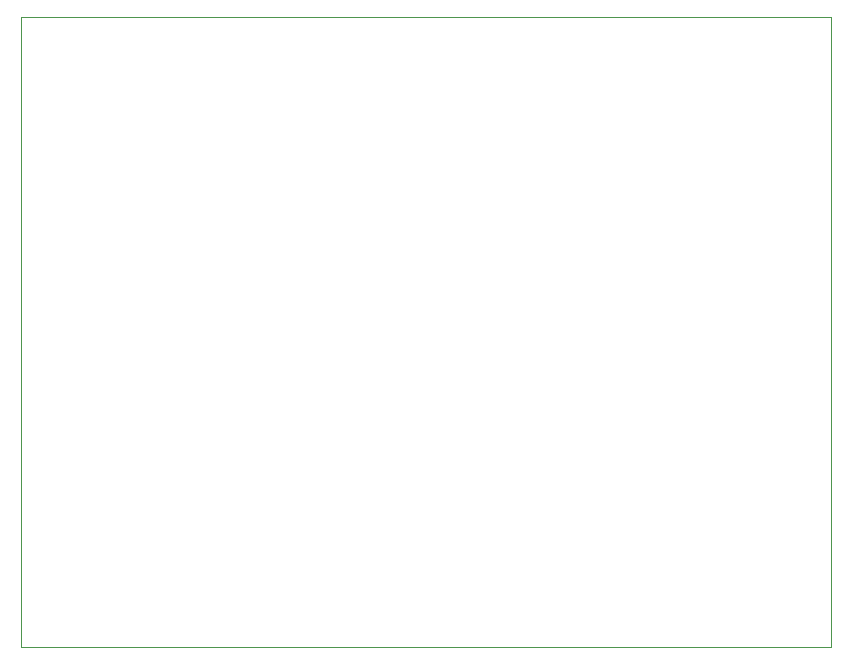
<source format=gbr>
%TF.GenerationSoftware,KiCad,Pcbnew,(6.0.7-1)-1*%
%TF.CreationDate,2023-03-19T13:44:45-04:00*%
%TF.ProjectId,smu_base,736d755f-6261-4736-952e-6b696361645f,rev?*%
%TF.SameCoordinates,Original*%
%TF.FileFunction,Profile,NP*%
%FSLAX46Y46*%
G04 Gerber Fmt 4.6, Leading zero omitted, Abs format (unit mm)*
G04 Created by KiCad (PCBNEW (6.0.7-1)-1) date 2023-03-19 13:44:45*
%MOMM*%
%LPD*%
G01*
G04 APERTURE LIST*
%TA.AperFunction,Profile*%
%ADD10C,0.100000*%
%TD*%
G04 APERTURE END LIST*
D10*
X172720000Y-134620000D02*
X104140000Y-134620000D01*
X104140000Y-134620000D02*
X104140000Y-81280000D01*
X104140000Y-81280000D02*
X172720000Y-81280000D01*
X172720000Y-81280000D02*
X172720000Y-134620000D01*
M02*

</source>
